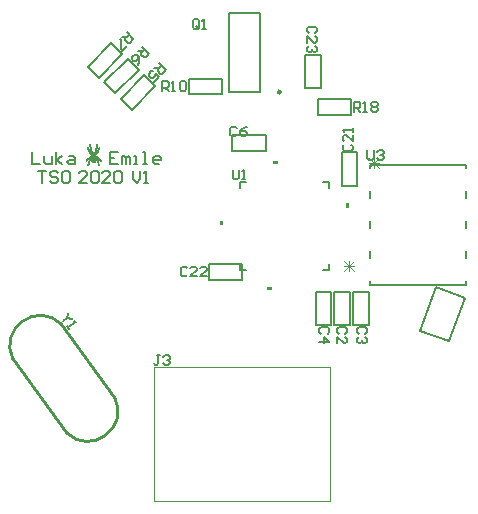
<source format=gto>
G04*
G04 #@! TF.GenerationSoftware,Altium Limited,Altium Designer,20.0.7 (75)*
G04*
G04 Layer_Color=65535*
%FSLAX44Y44*%
%MOMM*%
G71*
G01*
G75*
%ADD10C,0.2500*%
%ADD11C,0.2540*%
%ADD12C,0.1524*%
%ADD13C,0.1270*%
%ADD14C,0.0254*%
%ADD15C,0.2000*%
%ADD16C,0.1000*%
%ADD17C,0.0762*%
%ADD18C,0.1530*%
G36*
X25595Y-29070D02*
X29405D01*
Y-31610D01*
X25595D01*
Y-29070D01*
D02*
G37*
G36*
X-12070Y23595D02*
X-14610D01*
Y27405D01*
X-12070D01*
Y23595D01*
D02*
G37*
G36*
X30595Y75070D02*
X34405D01*
Y77610D01*
X30595D01*
Y75070D01*
D02*
G37*
G36*
X92070Y38595D02*
X94610D01*
Y42405D01*
X92070D01*
Y38595D01*
D02*
G37*
D10*
X36750Y136500D02*
G03*
X36750Y136500I-1250J0D01*
G01*
D11*
X-144929Y-151856D02*
G03*
X-103831Y-121996I18119J18274D01*
G01*
X-148787Y-60119D02*
G03*
X-189886Y-89978I-17992J-18449D01*
G01*
X-189973Y-89857D02*
X-145184Y-151504D01*
X-148875Y-59998D02*
X-104086Y-121645D01*
D12*
X72225Y60338D02*
X77338D01*
X2662Y55224D02*
Y60338D01*
Y-14338D02*
X7776D01*
X77338D02*
Y-9225D01*
Y55224D02*
Y60338D01*
X2662D02*
X7776D01*
X2662Y-14338D02*
Y-9225D01*
X72225Y-14338D02*
X77338D01*
X193540Y71801D02*
Y74900D01*
Y46401D02*
Y52599D01*
Y21001D02*
Y27199D01*
Y-4399D02*
Y1799D01*
X112260Y-26700D02*
Y-23601D01*
Y-4399D02*
Y1799D01*
Y21001D02*
Y27199D01*
Y46401D02*
Y52269D01*
Y72132D02*
Y74900D01*
X193540D01*
Y-26700D02*
Y-23601D01*
X112260Y-26700D02*
X193540D01*
D13*
X24100Y86300D02*
Y99600D01*
X-4200D02*
X24100D01*
X-4200Y86300D02*
Y99600D01*
Y86300D02*
X24100D01*
X-78697Y150637D02*
X-69292Y141233D01*
X-98708Y130626D02*
X-78697Y150637D01*
X-98708Y130626D02*
X-89303Y121222D01*
X-69292Y141233D01*
X-103303Y135222D02*
X-83292Y155233D01*
X-112708Y144626D02*
X-103303Y135222D01*
X-112708Y144626D02*
X-92697Y164637D01*
X-83292Y155233D01*
X-106697Y177637D02*
X-97292Y168233D01*
X-126708Y157626D02*
X-106697Y177637D01*
X-126708Y157626D02*
X-117303Y148222D01*
X-97292Y168233D01*
X-41100Y147700D02*
X-12800D01*
Y134400D02*
Y147700D01*
X-41100Y134400D02*
X-12800D01*
X-41100D02*
Y147700D01*
X82300Y-61100D02*
Y-32800D01*
X95600D01*
Y-61100D02*
Y-32800D01*
X82300Y-61100D02*
X95600D01*
X98300D02*
X111600D01*
Y-32800D01*
X98300D02*
X111600D01*
X98300Y-61100D02*
Y-32800D01*
X66300Y-61100D02*
Y-32800D01*
X79600D01*
Y-61100D02*
Y-32800D01*
X66300Y-61100D02*
X79600D01*
X68000Y116900D02*
Y130200D01*
Y116900D02*
X96300D01*
Y130200D01*
X68000D02*
X96300D01*
X88300Y56900D02*
X101600D01*
Y85200D01*
X88300D02*
X101600D01*
X88300Y56900D02*
Y85200D01*
X-24100Y-9300D02*
X4200D01*
Y-22600D02*
Y-9300D01*
X-24100Y-22600D02*
X4200D01*
X-24100D02*
Y-9300D01*
X57400Y168100D02*
X70700D01*
X57400Y139800D02*
Y168100D01*
Y139800D02*
X70700D01*
Y168100D01*
X179487Y-74821D02*
X192953Y-37825D01*
X167891Y-28704D02*
X192953Y-37825D01*
X154426Y-65699D02*
X167891Y-28704D01*
X154426Y-65699D02*
X179487Y-74821D01*
D14*
X-118798Y92382D02*
X-118544D01*
X-125402Y92128D02*
X-124894D01*
X-119306D02*
X-118798D01*
X-125402Y91874D02*
X-124640D01*
X-119306D02*
X-118798D01*
X-125402Y91620D02*
X-124640D01*
X-119306D02*
X-118798D01*
X-125402Y91366D02*
X-124640D01*
X-119560D02*
X-118798D01*
X-125148Y91112D02*
X-124640D01*
X-119560D02*
X-118798D01*
X-125148Y90858D02*
X-124640D01*
X-119560D02*
X-118798D01*
X-125148Y90604D02*
X-124386D01*
X-119814D02*
X-119052D01*
X-125148Y90350D02*
X-124386D01*
X-119814D02*
X-119052D01*
X-124894Y90096D02*
X-124386D01*
X-119814D02*
X-119052D01*
X-124894Y89842D02*
X-124132D01*
X-119814D02*
X-119052D01*
X-127180Y89588D02*
X-126672D01*
X-124894D02*
X-124132D01*
X-119814D02*
X-119052D01*
X-117020D02*
X-116766D01*
X-127180Y89334D02*
X-126418D01*
X-124894D02*
X-124132D01*
X-120068D02*
X-119052D01*
X-117528D02*
X-116766D01*
X-127180Y89080D02*
X-126418D01*
X-124894D02*
X-124132D01*
X-120068D02*
X-119306D01*
X-117528D02*
X-116766D01*
X-126926Y88826D02*
X-126164D01*
X-124640D02*
X-123878D01*
X-120068D02*
X-119306D01*
X-117782D02*
X-117020D01*
X-126926Y88572D02*
X-126164D01*
X-124640D02*
X-123878D01*
X-120068D02*
X-119306D01*
X-117782D02*
X-117020D01*
X-126672Y88318D02*
X-125910D01*
X-124640D02*
X-123878D01*
X-120322D02*
X-119306D01*
X-117782D02*
X-117274D01*
X-126672Y88064D02*
X-125910D01*
X-124640D02*
X-123624D01*
X-120322D02*
X-119560D01*
X-118036D02*
X-117274D01*
X-126418Y87810D02*
X-125656D01*
X-124640D02*
X-123624D01*
X-120322D02*
X-119560D01*
X-118290D02*
X-117528D01*
X-126418Y87556D02*
X-125656D01*
X-124386D02*
X-123624D01*
X-120322D02*
X-119560D01*
X-118290D02*
X-117528D01*
X-126164Y87302D02*
X-125402D01*
X-124386D02*
X-123624D01*
X-120576D02*
X-119560D01*
X-118544D02*
X-117782D01*
X-126164Y87048D02*
X-125402D01*
X-124386D02*
X-123624D01*
X-120576D02*
X-119814D01*
X-118544D02*
X-117782D01*
X-126164Y86794D02*
X-125148D01*
X-124386D02*
X-123370D01*
X-120576D02*
X-119814D01*
X-118798D02*
X-117782D01*
X-125910Y86540D02*
X-125148D01*
X-124132D02*
X-123370D01*
X-120576D02*
X-119814D01*
X-119052D02*
X-118036D01*
X-125910Y86286D02*
X-124894D01*
X-124132D02*
X-123370D01*
X-120830D02*
X-120068D01*
X-119052D02*
X-118036D01*
X-125656Y86032D02*
X-124894D01*
X-124132D02*
X-123370D01*
X-120830D02*
X-120068D01*
X-119052D02*
X-118290D01*
X-125656Y85778D02*
X-124640D01*
X-124132D02*
X-123116D01*
X-120830D02*
X-120068D01*
X-119306D02*
X-118544D01*
X-125402Y85524D02*
X-124640D01*
X-124132D02*
X-123116D01*
X-120830D02*
X-120068D01*
X-119306D02*
X-118544D01*
X-125148Y85270D02*
X-124386D01*
X-123878D02*
X-123116D01*
X-122100D02*
X-121846D01*
X-121084D02*
X-120068D01*
X-119560D02*
X-118798D01*
X-125148Y85016D02*
X-124132D01*
X-123878D02*
X-122862D01*
X-122608D02*
X-121338D01*
X-121084D02*
X-120322D01*
X-119814D02*
X-118798D01*
X-124894Y84762D02*
X-124132D01*
X-123624D02*
X-122862D01*
X-122608D02*
X-122100D01*
X-121846D02*
X-121338D01*
X-121084D02*
X-120322D01*
X-119814D02*
X-119052D01*
X-124894Y84508D02*
X-123878D01*
X-123624D02*
X-120322D01*
X-120068D02*
X-119052D01*
X-124640Y84254D02*
X-123624D01*
X-123370D02*
X-120576D01*
X-120322D02*
X-119306D01*
X-124386Y84000D02*
X-123624D01*
X-123370D02*
X-119560D01*
X-124132Y83746D02*
X-123370D01*
X-123116D02*
X-119560D01*
X-123878Y83492D02*
X-120068D01*
X-123624Y83238D02*
X-120322D01*
X-123370Y82984D02*
X-120576D01*
X-123116Y82730D02*
X-120830D01*
X-124132Y82476D02*
X-120068D01*
X-119306D02*
X-119052D01*
X-124640Y82222D02*
X-119560D01*
X-124894Y81968D02*
X-123370D01*
X-123116D02*
X-119052D01*
X-125148Y81714D02*
X-123878D01*
X-123370D02*
X-120576D01*
X-120068D02*
X-118798D01*
X-125656Y81460D02*
X-124386D01*
X-123624D02*
X-120068D01*
X-119814D02*
X-118544D01*
X-125910Y81206D02*
X-124894D01*
X-123878D02*
X-119814D01*
X-119052D02*
X-118036D01*
X-126418Y80952D02*
X-125148D01*
X-124386D02*
X-119560D01*
X-118798D02*
X-117782D01*
X-126418Y80698D02*
X-125402D01*
X-124640D02*
X-119306D01*
X-118544D02*
X-117528D01*
X-126672Y80444D02*
X-125656D01*
X-124894D02*
X-119052D01*
X-118290D02*
X-117528D01*
X-126926Y80190D02*
X-126164D01*
X-125656D02*
X-125402D01*
X-124894D02*
X-118798D01*
X-118036D02*
X-117020D01*
X-127180Y79936D02*
X-126418D01*
X-125656D02*
X-124386D01*
X-124132D02*
X-119814D01*
X-119560D02*
X-118544D01*
X-117782D02*
X-116766D01*
X-127434Y79682D02*
X-126672D01*
X-125402D02*
X-124640D01*
X-124132D02*
X-119814D01*
X-119306D02*
X-118290D01*
X-117528D02*
X-116512D01*
X-127688Y79428D02*
X-126926D01*
X-125402D02*
X-124640D01*
X-124132D02*
X-119560D01*
X-119052D02*
X-118290D01*
X-117274D02*
X-116258D01*
X-127942Y79174D02*
X-127180D01*
X-125656D02*
X-124894D01*
X-124132D02*
X-119560D01*
X-119052D02*
X-118290D01*
X-116766D02*
X-116004D01*
X-128450Y78920D02*
X-127434D01*
X-125656D02*
X-124894D01*
X-124132D02*
X-119814D01*
X-118798D02*
X-118290D01*
X-116512D02*
X-115750D01*
X-128450Y78666D02*
X-127688D01*
X-125910D02*
X-125148D01*
X-124132D02*
X-119814D01*
X-118798D02*
X-118036D01*
X-116258D02*
X-115496D01*
X-128450Y78412D02*
X-127942D01*
X-125910D02*
X-125148D01*
X-123878D02*
X-120068D01*
X-118798D02*
X-118036D01*
X-116004D02*
X-115496D01*
X-126164Y78158D02*
X-125148D01*
X-123878D02*
X-120068D01*
X-118798D02*
X-117782D01*
X-126164Y77904D02*
X-125402D01*
X-123624D02*
X-120322D01*
X-118544D02*
X-117782D01*
X-126164Y77650D02*
X-125402D01*
X-123370D02*
X-120576D01*
X-118544D02*
X-117782D01*
X-126164Y77396D02*
X-125402D01*
X-123116D02*
X-120830D01*
X-118544D02*
X-117782D01*
X-126164Y77142D02*
X-125656D01*
X-122608D02*
X-121084D01*
X-118290D02*
X-117782D01*
X-126418Y76888D02*
X-125656D01*
X-122100D02*
X-121592D01*
X-118290D02*
X-117528D01*
X-126418Y76634D02*
X-125656D01*
X-118290D02*
X-117528D01*
X-126418Y76380D02*
X-125656D01*
X-118290D02*
X-117528D01*
X-126672Y76126D02*
X-125910D01*
X-118290D02*
X-117528D01*
X-126672Y75872D02*
X-125910D01*
X-118036D02*
X-117274D01*
X-126672Y75618D02*
X-125910D01*
X-118036D02*
X-117274D01*
X-126926Y75364D02*
X-125910D01*
X-118036D02*
X-117274D01*
X-126926Y75110D02*
X-126164D01*
X-117782D02*
X-117020D01*
X-126926Y74856D02*
X-126164D01*
X-117782D02*
X-117020D01*
X-126926Y74602D02*
X-126672D01*
X-117528D02*
X-117020D01*
D15*
X19000Y136500D02*
Y203500D01*
X-7000Y136500D02*
Y203500D01*
Y136500D02*
X19000D01*
X-7000Y203500D02*
X19000D01*
X-127436Y59400D02*
X-134100D01*
X-127436Y66065D01*
Y67731D01*
X-129102Y69397D01*
X-132434D01*
X-134100Y67731D01*
X-124103D02*
X-122437Y69397D01*
X-119105D01*
X-117439Y67731D01*
Y61066D01*
X-119105Y59400D01*
X-122437D01*
X-124103Y61066D01*
Y67731D01*
X-107442Y59400D02*
X-114107D01*
X-107442Y66065D01*
Y67731D01*
X-109108Y69397D01*
X-112440D01*
X-114107Y67731D01*
X-104110D02*
X-102444Y69397D01*
X-99111D01*
X-97445Y67731D01*
Y61066D01*
X-99111Y59400D01*
X-102444D01*
X-104110Y61066D01*
Y67731D01*
X-101139Y85297D02*
X-107803D01*
Y75300D01*
X-101139D01*
X-107803Y80298D02*
X-104471D01*
X-97806Y75300D02*
Y81965D01*
X-96140D01*
X-94474Y80298D01*
Y75300D01*
Y80298D01*
X-92808Y81965D01*
X-91142Y80298D01*
Y75300D01*
X-87810D02*
X-84477D01*
X-86144D01*
Y81965D01*
X-87810D01*
X-79479Y75300D02*
X-76147D01*
X-77813D01*
Y85297D01*
X-79479D01*
X-66150Y75300D02*
X-69482D01*
X-71148Y76966D01*
Y80298D01*
X-69482Y81965D01*
X-66150D01*
X-64484Y80298D01*
Y78632D01*
X-71148D01*
X-88600Y69397D02*
Y62732D01*
X-85268Y59400D01*
X-81936Y62732D01*
Y69397D01*
X-78603Y59400D02*
X-75271D01*
X-76937D01*
Y69397D01*
X-78603Y67731D01*
X-168400Y69397D02*
X-161735D01*
X-165068D01*
Y59400D01*
X-151739Y67731D02*
X-153405Y69397D01*
X-156737D01*
X-158403Y67731D01*
Y66065D01*
X-156737Y64398D01*
X-153405D01*
X-151739Y62732D01*
Y61066D01*
X-153405Y59400D01*
X-156737D01*
X-158403Y61066D01*
X-143408Y69397D02*
X-146740D01*
X-148406Y67731D01*
Y61066D01*
X-146740Y59400D01*
X-143408D01*
X-141742Y61066D01*
Y67731D01*
X-143408Y69397D01*
X-173800Y85697D02*
Y75700D01*
X-167136D01*
X-163803Y82365D02*
Y77366D01*
X-162137Y75700D01*
X-157139D01*
Y82365D01*
X-153806Y75700D02*
Y85697D01*
Y79032D02*
X-148808Y82365D01*
X-153806Y79032D02*
X-148808Y75700D01*
X-142143Y82365D02*
X-138811D01*
X-137145Y80698D01*
Y75700D01*
X-142143D01*
X-143810Y77366D01*
X-142143Y79032D01*
X-137145D01*
D16*
X78500Y-210000D02*
Y-96000D01*
X-70500D02*
X78500D01*
X-70500Y-210000D02*
Y-96000D01*
Y-210000D02*
X78500D01*
D17*
X99055Y-15040D02*
X90591Y-6576D01*
X99055D02*
X90591Y-15040D01*
X99055Y-10808D02*
X90591D01*
X94823Y-6576D02*
Y-15040D01*
X111625Y80654D02*
X120089Y72190D01*
X111625D02*
X120089Y80654D01*
X111625Y76422D02*
X120089D01*
X115857Y72190D02*
Y80654D01*
D18*
X66232Y186365D02*
X67599Y187731D01*
Y190464D01*
X66232Y191830D01*
X60767D01*
X59401Y190464D01*
Y187731D01*
X60767Y186365D01*
X59401Y178167D02*
Y183632D01*
X64866Y178167D01*
X66232D01*
X67599Y179534D01*
Y182266D01*
X66232Y183632D01*
Y175435D02*
X67599Y174069D01*
Y171336D01*
X66232Y169970D01*
X64866D01*
X63500Y171336D01*
Y172703D01*
Y171336D01*
X62134Y169970D01*
X60767D01*
X59401Y171336D01*
Y174069D01*
X60767Y175435D01*
X-42365Y-12767D02*
X-43731Y-11401D01*
X-46464D01*
X-47830Y-12767D01*
Y-18233D01*
X-46464Y-19599D01*
X-43731D01*
X-42365Y-18233D01*
X-34167Y-19599D02*
X-39632D01*
X-34167Y-14134D01*
Y-12767D01*
X-35534Y-11401D01*
X-38266D01*
X-39632Y-12767D01*
X-25970Y-19599D02*
X-31435D01*
X-25970Y-14134D01*
Y-12767D01*
X-27336Y-11401D01*
X-30069D01*
X-31435Y-12767D01*
X90767Y91901D02*
X89401Y90535D01*
Y87803D01*
X90767Y86436D01*
X96232D01*
X97599Y87803D01*
Y90535D01*
X96232Y91901D01*
X97599Y100099D02*
Y94634D01*
X92134Y100099D01*
X90767D01*
X89401Y98733D01*
Y96000D01*
X90767Y94634D01*
X97599Y102831D02*
Y105564D01*
Y104197D01*
X89401D01*
X90767Y102831D01*
X98553Y119901D02*
Y128099D01*
X102652D01*
X104018Y126733D01*
Y124000D01*
X102652Y122634D01*
X98553D01*
X101286D02*
X104018Y119901D01*
X106751D02*
X109483D01*
X108117D01*
Y128099D01*
X106751Y126733D01*
X113582D02*
X114948Y128099D01*
X117681D01*
X119047Y126733D01*
Y125366D01*
X117681Y124000D01*
X119047Y122634D01*
Y121268D01*
X117681Y119901D01*
X114948D01*
X113582Y121268D01*
Y122634D01*
X114948Y124000D01*
X113582Y125366D01*
Y126733D01*
X114948Y124000D02*
X117681D01*
X-32300Y191168D02*
Y196632D01*
X-33666Y197999D01*
X-36399D01*
X-37765Y196632D01*
Y191168D01*
X-36399Y189801D01*
X-33666D01*
X-35032Y192534D02*
X-32300Y189801D01*
X-33666D02*
X-32300Y191168D01*
X-29568Y189801D02*
X-26835D01*
X-28201D01*
Y197999D01*
X-29568Y196632D01*
X-142298Y-50379D02*
X-143404Y-51182D01*
X-144008Y-54999D01*
X-140192Y-55603D01*
X-139086Y-54800D01*
X-144008Y-54999D02*
X-147324Y-57408D01*
X-144112Y-61829D02*
X-142506Y-64040D01*
X-143309Y-62934D01*
X-136677Y-58116D01*
X-138586Y-57814D01*
X-65366Y-86601D02*
X-68099D01*
X-66733D01*
Y-93433D01*
X-68099Y-94799D01*
X-69465D01*
X-70831Y-93433D01*
X-62634Y-87968D02*
X-61267Y-86601D01*
X-58535D01*
X-57169Y-87968D01*
Y-89334D01*
X-58535Y-90700D01*
X-59901D01*
X-58535D01*
X-57169Y-92066D01*
Y-93433D01*
X-58535Y-94799D01*
X-61267D01*
X-62634Y-93433D01*
X110169Y87099D02*
Y80268D01*
X111535Y78901D01*
X114268D01*
X115634Y80268D01*
Y87099D01*
X118366Y85732D02*
X119733Y87099D01*
X122465D01*
X123831Y85732D01*
Y84366D01*
X122465Y83000D01*
X121099D01*
X122465D01*
X123831Y81634D01*
Y80268D01*
X122465Y78901D01*
X119733D01*
X118366Y80268D01*
X76432Y-68234D02*
X77799Y-66867D01*
Y-64135D01*
X76432Y-62769D01*
X70967D01*
X69601Y-64135D01*
Y-66867D01*
X70967Y-68234D01*
X69601Y-75065D02*
X77799D01*
X73700Y-70966D01*
Y-76431D01*
X108232Y-68234D02*
X109599Y-66867D01*
Y-64135D01*
X108232Y-62769D01*
X102767D01*
X101401Y-64135D01*
Y-66867D01*
X102767Y-68234D01*
X108232Y-70966D02*
X109599Y-72332D01*
Y-75065D01*
X108232Y-76431D01*
X106866D01*
X105500Y-75065D01*
Y-73699D01*
Y-75065D01*
X104134Y-76431D01*
X102767D01*
X101401Y-75065D01*
Y-72332D01*
X102767Y-70966D01*
X91632Y-68234D02*
X92999Y-66867D01*
Y-64135D01*
X91632Y-62769D01*
X86167D01*
X84801Y-64135D01*
Y-66867D01*
X86167Y-68234D01*
X84801Y-76431D02*
Y-70966D01*
X90266Y-76431D01*
X91632D01*
X92999Y-75065D01*
Y-72332D01*
X91632Y-70966D01*
X-3965Y70699D02*
Y63868D01*
X-2599Y62501D01*
X134D01*
X1500Y63868D01*
Y70699D01*
X4232Y62501D02*
X6965D01*
X5599D01*
Y70699D01*
X4232Y69332D01*
X-63647Y137301D02*
Y145499D01*
X-59548D01*
X-58182Y144132D01*
Y141400D01*
X-59548Y140034D01*
X-63647D01*
X-60914D02*
X-58182Y137301D01*
X-55449D02*
X-52717D01*
X-54083D01*
Y145499D01*
X-55449Y144132D01*
X-48618D02*
X-47252Y145499D01*
X-44520D01*
X-43153Y144132D01*
Y138667D01*
X-44520Y137301D01*
X-47252D01*
X-48618Y138667D01*
Y144132D01*
X-93768Y186929D02*
X-87971Y181132D01*
X-90870Y178234D01*
X-92802D01*
X-94734Y180166D01*
X-94734Y182098D01*
X-91836Y184996D01*
X-93768Y183064D02*
X-97632D01*
X-93768Y175336D02*
X-97632Y171471D01*
X-98598Y172437D01*
Y180166D01*
X-99564Y181132D01*
X-80268Y174629D02*
X-74472Y168832D01*
X-77370Y165934D01*
X-79302D01*
X-81234Y167866D01*
X-81234Y169798D01*
X-78336Y172696D01*
X-80268Y170764D02*
X-84132D01*
Y159171D02*
X-83166Y162070D01*
Y165934D01*
X-85098Y167866D01*
X-87030D01*
X-88962Y165934D01*
Y164002D01*
X-87996Y163036D01*
X-86064Y163036D01*
X-83166Y165934D01*
X-66268Y160728D02*
X-60472Y154932D01*
X-63370Y152034D01*
X-65302D01*
X-67234Y153966D01*
X-67234Y155898D01*
X-64336Y158796D01*
X-66268Y156864D02*
X-70132D01*
Y145271D02*
X-66268Y149136D01*
X-69166Y152034D01*
X-70132Y149136D01*
X-71098Y148170D01*
X-73030D01*
X-74963Y150102D01*
Y152034D01*
X-73030Y153966D01*
X-71098D01*
X-366Y105732D02*
X-1733Y107099D01*
X-4465D01*
X-5831Y105732D01*
Y100267D01*
X-4465Y98901D01*
X-1733D01*
X-366Y100267D01*
X7831Y107099D02*
X5099Y105732D01*
X2366Y103000D01*
Y100267D01*
X3733Y98901D01*
X6465D01*
X7831Y100267D01*
Y101634D01*
X6465Y103000D01*
X2366D01*
M02*

</source>
